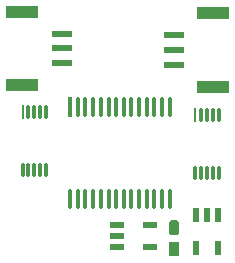
<source format=gtp>
%FSTAX23Y23*%
%MOIN*%
%SFA1B1*%

%IPPOS*%
%AMD24*
4,1,8,-0.017500,0.016200,-0.017500,-0.016200,-0.008700,-0.025000,0.008700,-0.025000,0.017500,-0.016200,0.017500,0.016200,0.008700,0.025000,-0.008700,0.025000,-0.017500,0.016200,0.0*
%
%ADD16R,0.010240X0.051180*%
%ADD17O,0.010240X0.051180*%
%ADD18R,0.110240X0.039370*%
%ADD19R,0.066930X0.023620*%
%ADD20R,0.019680X0.047240*%
%ADD21R,0.013780X0.066930*%
%ADD22O,0.013780X0.066930*%
%ADD23R,0.035000X0.050000*%
G04~CAMADD=24~4~0.0~0.0~500.0~350.0~0.0~87.5~0~0.0~0.0~0.0~0.0~0~0.0~0.0~0.0~0.0~0~0.0~0.0~0.0~90.0~350.0~500.0*
%ADD24D24*%
%ADD25R,0.047240X0.019680*%
%LNusb2uart-1*%
%LPD*%
G54D16*
X00193Y00716D03*
X00768Y00706D03*
G54D17*
X00212Y00716D03*
X00232D03*
X00252D03*
X00271D03*
Y00523D03*
X00252D03*
X00232D03*
X00212D03*
X00193D03*
X00787Y00706D03*
X00807D03*
X00827D03*
X00846D03*
Y00513D03*
X00827D03*
X00807D03*
X00787D03*
X00768D03*
G54D18*
X00191Y01052D03*
Y00807D03*
X00828Y00802D03*
Y01047D03*
G54D19*
X00323Y0093D03*
Y00979D03*
Y0088D03*
X00696Y00925D03*
Y00875D03*
Y00974D03*
G54D20*
X00844Y00264D03*
X0077D03*
X00807Y00375D03*
X0077D03*
X00844D03*
G54D21*
X00351Y00733D03*
G54D22*
X00376Y00733D03*
X00402D03*
X00427D03*
X00453D03*
X00479D03*
X00504D03*
X0053D03*
X00555D03*
X00581D03*
X00606D03*
X00632D03*
X00658D03*
X00683D03*
Y00426D03*
X00658D03*
X00632D03*
X00606D03*
X00581D03*
X00555D03*
X0053D03*
X00504D03*
X00479D03*
X00453D03*
X00427D03*
X00402D03*
X00376D03*
X00351D03*
G54D23*
X00697Y0026D03*
G54D24*
X00697Y0033D03*
G54D25*
X00507Y00342D03*
Y00267D03*
Y00305D03*
X00617Y00267D03*
Y00342D03*
M02*
</source>
